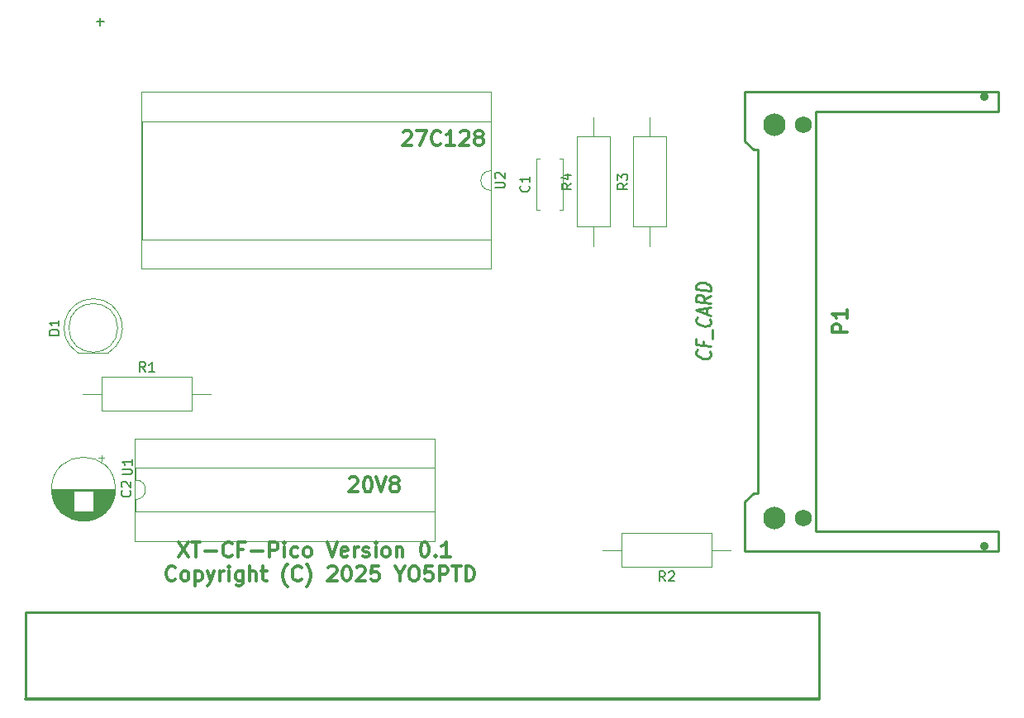
<source format=gto>
%TF.GenerationSoftware,KiCad,Pcbnew,9.0.0*%
%TF.CreationDate,2025-03-25T10:37:28+02:00*%
%TF.ProjectId,xt-cf,78742d63-662e-46b6-9963-61645f706362,rev?*%
%TF.SameCoordinates,Original*%
%TF.FileFunction,Legend,Top*%
%TF.FilePolarity,Positive*%
%FSLAX46Y46*%
G04 Gerber Fmt 4.6, Leading zero omitted, Abs format (unit mm)*
G04 Created by KiCad (PCBNEW 9.0.0) date 2025-03-25 10:37:28*
%MOMM*%
%LPD*%
G01*
G04 APERTURE LIST*
%ADD10C,0.304800*%
%ADD11C,0.203200*%
%ADD12C,0.150000*%
%ADD13C,0.254000*%
%ADD14C,0.120000*%
%ADD15C,0.899160*%
%ADD16C,2.301240*%
%ADD17C,1.750060*%
G04 APERTURE END LIST*
D10*
X117199428Y-118188404D02*
X118215428Y-119712404D01*
X118215428Y-118188404D02*
X117199428Y-119712404D01*
X118578285Y-118188404D02*
X119449143Y-118188404D01*
X119013714Y-119712404D02*
X119013714Y-118188404D01*
X119957143Y-119131833D02*
X121118286Y-119131833D01*
X122714857Y-119567261D02*
X122642285Y-119639833D01*
X122642285Y-119639833D02*
X122424571Y-119712404D01*
X122424571Y-119712404D02*
X122279428Y-119712404D01*
X122279428Y-119712404D02*
X122061714Y-119639833D01*
X122061714Y-119639833D02*
X121916571Y-119494690D01*
X121916571Y-119494690D02*
X121844000Y-119349547D01*
X121844000Y-119349547D02*
X121771428Y-119059261D01*
X121771428Y-119059261D02*
X121771428Y-118841547D01*
X121771428Y-118841547D02*
X121844000Y-118551261D01*
X121844000Y-118551261D02*
X121916571Y-118406118D01*
X121916571Y-118406118D02*
X122061714Y-118260975D01*
X122061714Y-118260975D02*
X122279428Y-118188404D01*
X122279428Y-118188404D02*
X122424571Y-118188404D01*
X122424571Y-118188404D02*
X122642285Y-118260975D01*
X122642285Y-118260975D02*
X122714857Y-118333547D01*
X123876000Y-118914118D02*
X123368000Y-118914118D01*
X123368000Y-119712404D02*
X123368000Y-118188404D01*
X123368000Y-118188404D02*
X124093714Y-118188404D01*
X124674286Y-119131833D02*
X125835429Y-119131833D01*
X126561143Y-119712404D02*
X126561143Y-118188404D01*
X126561143Y-118188404D02*
X127141714Y-118188404D01*
X127141714Y-118188404D02*
X127286857Y-118260975D01*
X127286857Y-118260975D02*
X127359428Y-118333547D01*
X127359428Y-118333547D02*
X127432000Y-118478690D01*
X127432000Y-118478690D02*
X127432000Y-118696404D01*
X127432000Y-118696404D02*
X127359428Y-118841547D01*
X127359428Y-118841547D02*
X127286857Y-118914118D01*
X127286857Y-118914118D02*
X127141714Y-118986690D01*
X127141714Y-118986690D02*
X126561143Y-118986690D01*
X128085143Y-119712404D02*
X128085143Y-118696404D01*
X128085143Y-118188404D02*
X128012571Y-118260975D01*
X128012571Y-118260975D02*
X128085143Y-118333547D01*
X128085143Y-118333547D02*
X128157714Y-118260975D01*
X128157714Y-118260975D02*
X128085143Y-118188404D01*
X128085143Y-118188404D02*
X128085143Y-118333547D01*
X129464000Y-119639833D02*
X129318857Y-119712404D01*
X129318857Y-119712404D02*
X129028571Y-119712404D01*
X129028571Y-119712404D02*
X128883428Y-119639833D01*
X128883428Y-119639833D02*
X128810857Y-119567261D01*
X128810857Y-119567261D02*
X128738285Y-119422118D01*
X128738285Y-119422118D02*
X128738285Y-118986690D01*
X128738285Y-118986690D02*
X128810857Y-118841547D01*
X128810857Y-118841547D02*
X128883428Y-118768975D01*
X128883428Y-118768975D02*
X129028571Y-118696404D01*
X129028571Y-118696404D02*
X129318857Y-118696404D01*
X129318857Y-118696404D02*
X129464000Y-118768975D01*
X130334857Y-119712404D02*
X130189714Y-119639833D01*
X130189714Y-119639833D02*
X130117143Y-119567261D01*
X130117143Y-119567261D02*
X130044571Y-119422118D01*
X130044571Y-119422118D02*
X130044571Y-118986690D01*
X130044571Y-118986690D02*
X130117143Y-118841547D01*
X130117143Y-118841547D02*
X130189714Y-118768975D01*
X130189714Y-118768975D02*
X130334857Y-118696404D01*
X130334857Y-118696404D02*
X130552571Y-118696404D01*
X130552571Y-118696404D02*
X130697714Y-118768975D01*
X130697714Y-118768975D02*
X130770286Y-118841547D01*
X130770286Y-118841547D02*
X130842857Y-118986690D01*
X130842857Y-118986690D02*
X130842857Y-119422118D01*
X130842857Y-119422118D02*
X130770286Y-119567261D01*
X130770286Y-119567261D02*
X130697714Y-119639833D01*
X130697714Y-119639833D02*
X130552571Y-119712404D01*
X130552571Y-119712404D02*
X130334857Y-119712404D01*
X132439428Y-118188404D02*
X132947428Y-119712404D01*
X132947428Y-119712404D02*
X133455428Y-118188404D01*
X134544000Y-119639833D02*
X134398857Y-119712404D01*
X134398857Y-119712404D02*
X134108572Y-119712404D01*
X134108572Y-119712404D02*
X133963429Y-119639833D01*
X133963429Y-119639833D02*
X133890857Y-119494690D01*
X133890857Y-119494690D02*
X133890857Y-118914118D01*
X133890857Y-118914118D02*
X133963429Y-118768975D01*
X133963429Y-118768975D02*
X134108572Y-118696404D01*
X134108572Y-118696404D02*
X134398857Y-118696404D01*
X134398857Y-118696404D02*
X134544000Y-118768975D01*
X134544000Y-118768975D02*
X134616572Y-118914118D01*
X134616572Y-118914118D02*
X134616572Y-119059261D01*
X134616572Y-119059261D02*
X133890857Y-119204404D01*
X135269715Y-119712404D02*
X135269715Y-118696404D01*
X135269715Y-118986690D02*
X135342286Y-118841547D01*
X135342286Y-118841547D02*
X135414858Y-118768975D01*
X135414858Y-118768975D02*
X135560000Y-118696404D01*
X135560000Y-118696404D02*
X135705143Y-118696404D01*
X136140572Y-119639833D02*
X136285715Y-119712404D01*
X136285715Y-119712404D02*
X136576001Y-119712404D01*
X136576001Y-119712404D02*
X136721144Y-119639833D01*
X136721144Y-119639833D02*
X136793715Y-119494690D01*
X136793715Y-119494690D02*
X136793715Y-119422118D01*
X136793715Y-119422118D02*
X136721144Y-119276975D01*
X136721144Y-119276975D02*
X136576001Y-119204404D01*
X136576001Y-119204404D02*
X136358287Y-119204404D01*
X136358287Y-119204404D02*
X136213144Y-119131833D01*
X136213144Y-119131833D02*
X136140572Y-118986690D01*
X136140572Y-118986690D02*
X136140572Y-118914118D01*
X136140572Y-118914118D02*
X136213144Y-118768975D01*
X136213144Y-118768975D02*
X136358287Y-118696404D01*
X136358287Y-118696404D02*
X136576001Y-118696404D01*
X136576001Y-118696404D02*
X136721144Y-118768975D01*
X137446858Y-119712404D02*
X137446858Y-118696404D01*
X137446858Y-118188404D02*
X137374286Y-118260975D01*
X137374286Y-118260975D02*
X137446858Y-118333547D01*
X137446858Y-118333547D02*
X137519429Y-118260975D01*
X137519429Y-118260975D02*
X137446858Y-118188404D01*
X137446858Y-118188404D02*
X137446858Y-118333547D01*
X138390286Y-119712404D02*
X138245143Y-119639833D01*
X138245143Y-119639833D02*
X138172572Y-119567261D01*
X138172572Y-119567261D02*
X138100000Y-119422118D01*
X138100000Y-119422118D02*
X138100000Y-118986690D01*
X138100000Y-118986690D02*
X138172572Y-118841547D01*
X138172572Y-118841547D02*
X138245143Y-118768975D01*
X138245143Y-118768975D02*
X138390286Y-118696404D01*
X138390286Y-118696404D02*
X138608000Y-118696404D01*
X138608000Y-118696404D02*
X138753143Y-118768975D01*
X138753143Y-118768975D02*
X138825715Y-118841547D01*
X138825715Y-118841547D02*
X138898286Y-118986690D01*
X138898286Y-118986690D02*
X138898286Y-119422118D01*
X138898286Y-119422118D02*
X138825715Y-119567261D01*
X138825715Y-119567261D02*
X138753143Y-119639833D01*
X138753143Y-119639833D02*
X138608000Y-119712404D01*
X138608000Y-119712404D02*
X138390286Y-119712404D01*
X139551429Y-118696404D02*
X139551429Y-119712404D01*
X139551429Y-118841547D02*
X139624000Y-118768975D01*
X139624000Y-118768975D02*
X139769143Y-118696404D01*
X139769143Y-118696404D02*
X139986857Y-118696404D01*
X139986857Y-118696404D02*
X140132000Y-118768975D01*
X140132000Y-118768975D02*
X140204572Y-118914118D01*
X140204572Y-118914118D02*
X140204572Y-119712404D01*
X142381714Y-118188404D02*
X142526857Y-118188404D01*
X142526857Y-118188404D02*
X142672000Y-118260975D01*
X142672000Y-118260975D02*
X142744572Y-118333547D01*
X142744572Y-118333547D02*
X142817143Y-118478690D01*
X142817143Y-118478690D02*
X142889714Y-118768975D01*
X142889714Y-118768975D02*
X142889714Y-119131833D01*
X142889714Y-119131833D02*
X142817143Y-119422118D01*
X142817143Y-119422118D02*
X142744572Y-119567261D01*
X142744572Y-119567261D02*
X142672000Y-119639833D01*
X142672000Y-119639833D02*
X142526857Y-119712404D01*
X142526857Y-119712404D02*
X142381714Y-119712404D01*
X142381714Y-119712404D02*
X142236572Y-119639833D01*
X142236572Y-119639833D02*
X142164000Y-119567261D01*
X142164000Y-119567261D02*
X142091429Y-119422118D01*
X142091429Y-119422118D02*
X142018857Y-119131833D01*
X142018857Y-119131833D02*
X142018857Y-118768975D01*
X142018857Y-118768975D02*
X142091429Y-118478690D01*
X142091429Y-118478690D02*
X142164000Y-118333547D01*
X142164000Y-118333547D02*
X142236572Y-118260975D01*
X142236572Y-118260975D02*
X142381714Y-118188404D01*
X143542858Y-119567261D02*
X143615429Y-119639833D01*
X143615429Y-119639833D02*
X143542858Y-119712404D01*
X143542858Y-119712404D02*
X143470286Y-119639833D01*
X143470286Y-119639833D02*
X143542858Y-119567261D01*
X143542858Y-119567261D02*
X143542858Y-119712404D01*
X145066857Y-119712404D02*
X144196000Y-119712404D01*
X144631429Y-119712404D02*
X144631429Y-118188404D01*
X144631429Y-118188404D02*
X144486286Y-118406118D01*
X144486286Y-118406118D02*
X144341143Y-118551261D01*
X144341143Y-118551261D02*
X144196000Y-118623833D01*
X116909142Y-122020816D02*
X116836570Y-122093388D01*
X116836570Y-122093388D02*
X116618856Y-122165959D01*
X116618856Y-122165959D02*
X116473713Y-122165959D01*
X116473713Y-122165959D02*
X116255999Y-122093388D01*
X116255999Y-122093388D02*
X116110856Y-121948245D01*
X116110856Y-121948245D02*
X116038285Y-121803102D01*
X116038285Y-121803102D02*
X115965713Y-121512816D01*
X115965713Y-121512816D02*
X115965713Y-121295102D01*
X115965713Y-121295102D02*
X116038285Y-121004816D01*
X116038285Y-121004816D02*
X116110856Y-120859673D01*
X116110856Y-120859673D02*
X116255999Y-120714530D01*
X116255999Y-120714530D02*
X116473713Y-120641959D01*
X116473713Y-120641959D02*
X116618856Y-120641959D01*
X116618856Y-120641959D02*
X116836570Y-120714530D01*
X116836570Y-120714530D02*
X116909142Y-120787102D01*
X117779999Y-122165959D02*
X117634856Y-122093388D01*
X117634856Y-122093388D02*
X117562285Y-122020816D01*
X117562285Y-122020816D02*
X117489713Y-121875673D01*
X117489713Y-121875673D02*
X117489713Y-121440245D01*
X117489713Y-121440245D02*
X117562285Y-121295102D01*
X117562285Y-121295102D02*
X117634856Y-121222530D01*
X117634856Y-121222530D02*
X117779999Y-121149959D01*
X117779999Y-121149959D02*
X117997713Y-121149959D01*
X117997713Y-121149959D02*
X118142856Y-121222530D01*
X118142856Y-121222530D02*
X118215428Y-121295102D01*
X118215428Y-121295102D02*
X118287999Y-121440245D01*
X118287999Y-121440245D02*
X118287999Y-121875673D01*
X118287999Y-121875673D02*
X118215428Y-122020816D01*
X118215428Y-122020816D02*
X118142856Y-122093388D01*
X118142856Y-122093388D02*
X117997713Y-122165959D01*
X117997713Y-122165959D02*
X117779999Y-122165959D01*
X118941142Y-121149959D02*
X118941142Y-122673959D01*
X118941142Y-121222530D02*
X119086285Y-121149959D01*
X119086285Y-121149959D02*
X119376570Y-121149959D01*
X119376570Y-121149959D02*
X119521713Y-121222530D01*
X119521713Y-121222530D02*
X119594285Y-121295102D01*
X119594285Y-121295102D02*
X119666856Y-121440245D01*
X119666856Y-121440245D02*
X119666856Y-121875673D01*
X119666856Y-121875673D02*
X119594285Y-122020816D01*
X119594285Y-122020816D02*
X119521713Y-122093388D01*
X119521713Y-122093388D02*
X119376570Y-122165959D01*
X119376570Y-122165959D02*
X119086285Y-122165959D01*
X119086285Y-122165959D02*
X118941142Y-122093388D01*
X120174856Y-121149959D02*
X120537713Y-122165959D01*
X120900570Y-121149959D02*
X120537713Y-122165959D01*
X120537713Y-122165959D02*
X120392570Y-122528816D01*
X120392570Y-122528816D02*
X120319999Y-122601388D01*
X120319999Y-122601388D02*
X120174856Y-122673959D01*
X121481142Y-122165959D02*
X121481142Y-121149959D01*
X121481142Y-121440245D02*
X121553713Y-121295102D01*
X121553713Y-121295102D02*
X121626285Y-121222530D01*
X121626285Y-121222530D02*
X121771427Y-121149959D01*
X121771427Y-121149959D02*
X121916570Y-121149959D01*
X122424571Y-122165959D02*
X122424571Y-121149959D01*
X122424571Y-120641959D02*
X122351999Y-120714530D01*
X122351999Y-120714530D02*
X122424571Y-120787102D01*
X122424571Y-120787102D02*
X122497142Y-120714530D01*
X122497142Y-120714530D02*
X122424571Y-120641959D01*
X122424571Y-120641959D02*
X122424571Y-120787102D01*
X123803428Y-121149959D02*
X123803428Y-122383673D01*
X123803428Y-122383673D02*
X123730856Y-122528816D01*
X123730856Y-122528816D02*
X123658285Y-122601388D01*
X123658285Y-122601388D02*
X123513142Y-122673959D01*
X123513142Y-122673959D02*
X123295428Y-122673959D01*
X123295428Y-122673959D02*
X123150285Y-122601388D01*
X123803428Y-122093388D02*
X123658285Y-122165959D01*
X123658285Y-122165959D02*
X123367999Y-122165959D01*
X123367999Y-122165959D02*
X123222856Y-122093388D01*
X123222856Y-122093388D02*
X123150285Y-122020816D01*
X123150285Y-122020816D02*
X123077713Y-121875673D01*
X123077713Y-121875673D02*
X123077713Y-121440245D01*
X123077713Y-121440245D02*
X123150285Y-121295102D01*
X123150285Y-121295102D02*
X123222856Y-121222530D01*
X123222856Y-121222530D02*
X123367999Y-121149959D01*
X123367999Y-121149959D02*
X123658285Y-121149959D01*
X123658285Y-121149959D02*
X123803428Y-121222530D01*
X124529142Y-122165959D02*
X124529142Y-120641959D01*
X125182285Y-122165959D02*
X125182285Y-121367673D01*
X125182285Y-121367673D02*
X125109713Y-121222530D01*
X125109713Y-121222530D02*
X124964570Y-121149959D01*
X124964570Y-121149959D02*
X124746856Y-121149959D01*
X124746856Y-121149959D02*
X124601713Y-121222530D01*
X124601713Y-121222530D02*
X124529142Y-121295102D01*
X125690284Y-121149959D02*
X126270856Y-121149959D01*
X125907999Y-120641959D02*
X125907999Y-121948245D01*
X125907999Y-121948245D02*
X125980570Y-122093388D01*
X125980570Y-122093388D02*
X126125713Y-122165959D01*
X126125713Y-122165959D02*
X126270856Y-122165959D01*
X128375427Y-122746530D02*
X128302856Y-122673959D01*
X128302856Y-122673959D02*
X128157713Y-122456245D01*
X128157713Y-122456245D02*
X128085142Y-122311102D01*
X128085142Y-122311102D02*
X128012570Y-122093388D01*
X128012570Y-122093388D02*
X127939999Y-121730530D01*
X127939999Y-121730530D02*
X127939999Y-121440245D01*
X127939999Y-121440245D02*
X128012570Y-121077388D01*
X128012570Y-121077388D02*
X128085142Y-120859673D01*
X128085142Y-120859673D02*
X128157713Y-120714530D01*
X128157713Y-120714530D02*
X128302856Y-120496816D01*
X128302856Y-120496816D02*
X128375427Y-120424245D01*
X129826856Y-122020816D02*
X129754284Y-122093388D01*
X129754284Y-122093388D02*
X129536570Y-122165959D01*
X129536570Y-122165959D02*
X129391427Y-122165959D01*
X129391427Y-122165959D02*
X129173713Y-122093388D01*
X129173713Y-122093388D02*
X129028570Y-121948245D01*
X129028570Y-121948245D02*
X128955999Y-121803102D01*
X128955999Y-121803102D02*
X128883427Y-121512816D01*
X128883427Y-121512816D02*
X128883427Y-121295102D01*
X128883427Y-121295102D02*
X128955999Y-121004816D01*
X128955999Y-121004816D02*
X129028570Y-120859673D01*
X129028570Y-120859673D02*
X129173713Y-120714530D01*
X129173713Y-120714530D02*
X129391427Y-120641959D01*
X129391427Y-120641959D02*
X129536570Y-120641959D01*
X129536570Y-120641959D02*
X129754284Y-120714530D01*
X129754284Y-120714530D02*
X129826856Y-120787102D01*
X130334856Y-122746530D02*
X130407427Y-122673959D01*
X130407427Y-122673959D02*
X130552570Y-122456245D01*
X130552570Y-122456245D02*
X130625142Y-122311102D01*
X130625142Y-122311102D02*
X130697713Y-122093388D01*
X130697713Y-122093388D02*
X130770284Y-121730530D01*
X130770284Y-121730530D02*
X130770284Y-121440245D01*
X130770284Y-121440245D02*
X130697713Y-121077388D01*
X130697713Y-121077388D02*
X130625142Y-120859673D01*
X130625142Y-120859673D02*
X130552570Y-120714530D01*
X130552570Y-120714530D02*
X130407427Y-120496816D01*
X130407427Y-120496816D02*
X130334856Y-120424245D01*
X132584570Y-120787102D02*
X132657142Y-120714530D01*
X132657142Y-120714530D02*
X132802285Y-120641959D01*
X132802285Y-120641959D02*
X133165142Y-120641959D01*
X133165142Y-120641959D02*
X133310285Y-120714530D01*
X133310285Y-120714530D02*
X133382856Y-120787102D01*
X133382856Y-120787102D02*
X133455427Y-120932245D01*
X133455427Y-120932245D02*
X133455427Y-121077388D01*
X133455427Y-121077388D02*
X133382856Y-121295102D01*
X133382856Y-121295102D02*
X132511999Y-122165959D01*
X132511999Y-122165959D02*
X133455427Y-122165959D01*
X134398856Y-120641959D02*
X134543999Y-120641959D01*
X134543999Y-120641959D02*
X134689142Y-120714530D01*
X134689142Y-120714530D02*
X134761714Y-120787102D01*
X134761714Y-120787102D02*
X134834285Y-120932245D01*
X134834285Y-120932245D02*
X134906856Y-121222530D01*
X134906856Y-121222530D02*
X134906856Y-121585388D01*
X134906856Y-121585388D02*
X134834285Y-121875673D01*
X134834285Y-121875673D02*
X134761714Y-122020816D01*
X134761714Y-122020816D02*
X134689142Y-122093388D01*
X134689142Y-122093388D02*
X134543999Y-122165959D01*
X134543999Y-122165959D02*
X134398856Y-122165959D01*
X134398856Y-122165959D02*
X134253714Y-122093388D01*
X134253714Y-122093388D02*
X134181142Y-122020816D01*
X134181142Y-122020816D02*
X134108571Y-121875673D01*
X134108571Y-121875673D02*
X134035999Y-121585388D01*
X134035999Y-121585388D02*
X134035999Y-121222530D01*
X134035999Y-121222530D02*
X134108571Y-120932245D01*
X134108571Y-120932245D02*
X134181142Y-120787102D01*
X134181142Y-120787102D02*
X134253714Y-120714530D01*
X134253714Y-120714530D02*
X134398856Y-120641959D01*
X135487428Y-120787102D02*
X135560000Y-120714530D01*
X135560000Y-120714530D02*
X135705143Y-120641959D01*
X135705143Y-120641959D02*
X136068000Y-120641959D01*
X136068000Y-120641959D02*
X136213143Y-120714530D01*
X136213143Y-120714530D02*
X136285714Y-120787102D01*
X136285714Y-120787102D02*
X136358285Y-120932245D01*
X136358285Y-120932245D02*
X136358285Y-121077388D01*
X136358285Y-121077388D02*
X136285714Y-121295102D01*
X136285714Y-121295102D02*
X135414857Y-122165959D01*
X135414857Y-122165959D02*
X136358285Y-122165959D01*
X137737143Y-120641959D02*
X137011429Y-120641959D01*
X137011429Y-120641959D02*
X136938857Y-121367673D01*
X136938857Y-121367673D02*
X137011429Y-121295102D01*
X137011429Y-121295102D02*
X137156572Y-121222530D01*
X137156572Y-121222530D02*
X137519429Y-121222530D01*
X137519429Y-121222530D02*
X137664572Y-121295102D01*
X137664572Y-121295102D02*
X137737143Y-121367673D01*
X137737143Y-121367673D02*
X137809714Y-121512816D01*
X137809714Y-121512816D02*
X137809714Y-121875673D01*
X137809714Y-121875673D02*
X137737143Y-122020816D01*
X137737143Y-122020816D02*
X137664572Y-122093388D01*
X137664572Y-122093388D02*
X137519429Y-122165959D01*
X137519429Y-122165959D02*
X137156572Y-122165959D01*
X137156572Y-122165959D02*
X137011429Y-122093388D01*
X137011429Y-122093388D02*
X136938857Y-122020816D01*
X139914286Y-121440245D02*
X139914286Y-122165959D01*
X139406286Y-120641959D02*
X139914286Y-121440245D01*
X139914286Y-121440245D02*
X140422286Y-120641959D01*
X141220572Y-120641959D02*
X141510858Y-120641959D01*
X141510858Y-120641959D02*
X141656001Y-120714530D01*
X141656001Y-120714530D02*
X141801144Y-120859673D01*
X141801144Y-120859673D02*
X141873715Y-121149959D01*
X141873715Y-121149959D02*
X141873715Y-121657959D01*
X141873715Y-121657959D02*
X141801144Y-121948245D01*
X141801144Y-121948245D02*
X141656001Y-122093388D01*
X141656001Y-122093388D02*
X141510858Y-122165959D01*
X141510858Y-122165959D02*
X141220572Y-122165959D01*
X141220572Y-122165959D02*
X141075430Y-122093388D01*
X141075430Y-122093388D02*
X140930287Y-121948245D01*
X140930287Y-121948245D02*
X140857715Y-121657959D01*
X140857715Y-121657959D02*
X140857715Y-121149959D01*
X140857715Y-121149959D02*
X140930287Y-120859673D01*
X140930287Y-120859673D02*
X141075430Y-120714530D01*
X141075430Y-120714530D02*
X141220572Y-120641959D01*
X143252572Y-120641959D02*
X142526858Y-120641959D01*
X142526858Y-120641959D02*
X142454286Y-121367673D01*
X142454286Y-121367673D02*
X142526858Y-121295102D01*
X142526858Y-121295102D02*
X142672001Y-121222530D01*
X142672001Y-121222530D02*
X143034858Y-121222530D01*
X143034858Y-121222530D02*
X143180001Y-121295102D01*
X143180001Y-121295102D02*
X143252572Y-121367673D01*
X143252572Y-121367673D02*
X143325143Y-121512816D01*
X143325143Y-121512816D02*
X143325143Y-121875673D01*
X143325143Y-121875673D02*
X143252572Y-122020816D01*
X143252572Y-122020816D02*
X143180001Y-122093388D01*
X143180001Y-122093388D02*
X143034858Y-122165959D01*
X143034858Y-122165959D02*
X142672001Y-122165959D01*
X142672001Y-122165959D02*
X142526858Y-122093388D01*
X142526858Y-122093388D02*
X142454286Y-122020816D01*
X143978287Y-122165959D02*
X143978287Y-120641959D01*
X143978287Y-120641959D02*
X144558858Y-120641959D01*
X144558858Y-120641959D02*
X144704001Y-120714530D01*
X144704001Y-120714530D02*
X144776572Y-120787102D01*
X144776572Y-120787102D02*
X144849144Y-120932245D01*
X144849144Y-120932245D02*
X144849144Y-121149959D01*
X144849144Y-121149959D02*
X144776572Y-121295102D01*
X144776572Y-121295102D02*
X144704001Y-121367673D01*
X144704001Y-121367673D02*
X144558858Y-121440245D01*
X144558858Y-121440245D02*
X143978287Y-121440245D01*
X145284572Y-120641959D02*
X146155430Y-120641959D01*
X145720001Y-122165959D02*
X145720001Y-120641959D01*
X146663430Y-122165959D02*
X146663430Y-120641959D01*
X146663430Y-120641959D02*
X147026287Y-120641959D01*
X147026287Y-120641959D02*
X147244001Y-120714530D01*
X147244001Y-120714530D02*
X147389144Y-120859673D01*
X147389144Y-120859673D02*
X147461715Y-121004816D01*
X147461715Y-121004816D02*
X147534287Y-121295102D01*
X147534287Y-121295102D02*
X147534287Y-121512816D01*
X147534287Y-121512816D02*
X147461715Y-121803102D01*
X147461715Y-121803102D02*
X147389144Y-121948245D01*
X147389144Y-121948245D02*
X147244001Y-122093388D01*
X147244001Y-122093388D02*
X147026287Y-122165959D01*
X147026287Y-122165959D02*
X146663430Y-122165959D01*
X134740811Y-111668784D02*
X134813383Y-111596212D01*
X134813383Y-111596212D02*
X134958526Y-111523641D01*
X134958526Y-111523641D02*
X135321383Y-111523641D01*
X135321383Y-111523641D02*
X135466526Y-111596212D01*
X135466526Y-111596212D02*
X135539097Y-111668784D01*
X135539097Y-111668784D02*
X135611668Y-111813927D01*
X135611668Y-111813927D02*
X135611668Y-111959070D01*
X135611668Y-111959070D02*
X135539097Y-112176784D01*
X135539097Y-112176784D02*
X134668240Y-113047641D01*
X134668240Y-113047641D02*
X135611668Y-113047641D01*
X136555097Y-111523641D02*
X136700240Y-111523641D01*
X136700240Y-111523641D02*
X136845383Y-111596212D01*
X136845383Y-111596212D02*
X136917955Y-111668784D01*
X136917955Y-111668784D02*
X136990526Y-111813927D01*
X136990526Y-111813927D02*
X137063097Y-112104212D01*
X137063097Y-112104212D02*
X137063097Y-112467070D01*
X137063097Y-112467070D02*
X136990526Y-112757355D01*
X136990526Y-112757355D02*
X136917955Y-112902498D01*
X136917955Y-112902498D02*
X136845383Y-112975070D01*
X136845383Y-112975070D02*
X136700240Y-113047641D01*
X136700240Y-113047641D02*
X136555097Y-113047641D01*
X136555097Y-113047641D02*
X136409955Y-112975070D01*
X136409955Y-112975070D02*
X136337383Y-112902498D01*
X136337383Y-112902498D02*
X136264812Y-112757355D01*
X136264812Y-112757355D02*
X136192240Y-112467070D01*
X136192240Y-112467070D02*
X136192240Y-112104212D01*
X136192240Y-112104212D02*
X136264812Y-111813927D01*
X136264812Y-111813927D02*
X136337383Y-111668784D01*
X136337383Y-111668784D02*
X136409955Y-111596212D01*
X136409955Y-111596212D02*
X136555097Y-111523641D01*
X137498526Y-111523641D02*
X138006526Y-113047641D01*
X138006526Y-113047641D02*
X138514526Y-111523641D01*
X139240241Y-112176784D02*
X139095098Y-112104212D01*
X139095098Y-112104212D02*
X139022527Y-112031641D01*
X139022527Y-112031641D02*
X138949955Y-111886498D01*
X138949955Y-111886498D02*
X138949955Y-111813927D01*
X138949955Y-111813927D02*
X139022527Y-111668784D01*
X139022527Y-111668784D02*
X139095098Y-111596212D01*
X139095098Y-111596212D02*
X139240241Y-111523641D01*
X139240241Y-111523641D02*
X139530527Y-111523641D01*
X139530527Y-111523641D02*
X139675670Y-111596212D01*
X139675670Y-111596212D02*
X139748241Y-111668784D01*
X139748241Y-111668784D02*
X139820812Y-111813927D01*
X139820812Y-111813927D02*
X139820812Y-111886498D01*
X139820812Y-111886498D02*
X139748241Y-112031641D01*
X139748241Y-112031641D02*
X139675670Y-112104212D01*
X139675670Y-112104212D02*
X139530527Y-112176784D01*
X139530527Y-112176784D02*
X139240241Y-112176784D01*
X139240241Y-112176784D02*
X139095098Y-112249355D01*
X139095098Y-112249355D02*
X139022527Y-112321927D01*
X139022527Y-112321927D02*
X138949955Y-112467070D01*
X138949955Y-112467070D02*
X138949955Y-112757355D01*
X138949955Y-112757355D02*
X139022527Y-112902498D01*
X139022527Y-112902498D02*
X139095098Y-112975070D01*
X139095098Y-112975070D02*
X139240241Y-113047641D01*
X139240241Y-113047641D02*
X139530527Y-113047641D01*
X139530527Y-113047641D02*
X139675670Y-112975070D01*
X139675670Y-112975070D02*
X139748241Y-112902498D01*
X139748241Y-112902498D02*
X139820812Y-112757355D01*
X139820812Y-112757355D02*
X139820812Y-112467070D01*
X139820812Y-112467070D02*
X139748241Y-112321927D01*
X139748241Y-112321927D02*
X139675670Y-112249355D01*
X139675670Y-112249355D02*
X139530527Y-112176784D01*
D11*
X109607047Y-64842406D02*
X108832952Y-64842406D01*
X109219999Y-65229453D02*
X109219999Y-64455358D01*
D10*
X140240811Y-76168784D02*
X140313383Y-76096212D01*
X140313383Y-76096212D02*
X140458526Y-76023641D01*
X140458526Y-76023641D02*
X140821383Y-76023641D01*
X140821383Y-76023641D02*
X140966526Y-76096212D01*
X140966526Y-76096212D02*
X141039097Y-76168784D01*
X141039097Y-76168784D02*
X141111668Y-76313927D01*
X141111668Y-76313927D02*
X141111668Y-76459070D01*
X141111668Y-76459070D02*
X141039097Y-76676784D01*
X141039097Y-76676784D02*
X140168240Y-77547641D01*
X140168240Y-77547641D02*
X141111668Y-77547641D01*
X141619669Y-76023641D02*
X142635669Y-76023641D01*
X142635669Y-76023641D02*
X141982526Y-77547641D01*
X144087098Y-77402498D02*
X144014526Y-77475070D01*
X144014526Y-77475070D02*
X143796812Y-77547641D01*
X143796812Y-77547641D02*
X143651669Y-77547641D01*
X143651669Y-77547641D02*
X143433955Y-77475070D01*
X143433955Y-77475070D02*
X143288812Y-77329927D01*
X143288812Y-77329927D02*
X143216241Y-77184784D01*
X143216241Y-77184784D02*
X143143669Y-76894498D01*
X143143669Y-76894498D02*
X143143669Y-76676784D01*
X143143669Y-76676784D02*
X143216241Y-76386498D01*
X143216241Y-76386498D02*
X143288812Y-76241355D01*
X143288812Y-76241355D02*
X143433955Y-76096212D01*
X143433955Y-76096212D02*
X143651669Y-76023641D01*
X143651669Y-76023641D02*
X143796812Y-76023641D01*
X143796812Y-76023641D02*
X144014526Y-76096212D01*
X144014526Y-76096212D02*
X144087098Y-76168784D01*
X145538526Y-77547641D02*
X144667669Y-77547641D01*
X145103098Y-77547641D02*
X145103098Y-76023641D01*
X145103098Y-76023641D02*
X144957955Y-76241355D01*
X144957955Y-76241355D02*
X144812812Y-76386498D01*
X144812812Y-76386498D02*
X144667669Y-76459070D01*
X146119098Y-76168784D02*
X146191670Y-76096212D01*
X146191670Y-76096212D02*
X146336813Y-76023641D01*
X146336813Y-76023641D02*
X146699670Y-76023641D01*
X146699670Y-76023641D02*
X146844813Y-76096212D01*
X146844813Y-76096212D02*
X146917384Y-76168784D01*
X146917384Y-76168784D02*
X146989955Y-76313927D01*
X146989955Y-76313927D02*
X146989955Y-76459070D01*
X146989955Y-76459070D02*
X146917384Y-76676784D01*
X146917384Y-76676784D02*
X146046527Y-77547641D01*
X146046527Y-77547641D02*
X146989955Y-77547641D01*
X147860813Y-76676784D02*
X147715670Y-76604212D01*
X147715670Y-76604212D02*
X147643099Y-76531641D01*
X147643099Y-76531641D02*
X147570527Y-76386498D01*
X147570527Y-76386498D02*
X147570527Y-76313927D01*
X147570527Y-76313927D02*
X147643099Y-76168784D01*
X147643099Y-76168784D02*
X147715670Y-76096212D01*
X147715670Y-76096212D02*
X147860813Y-76023641D01*
X147860813Y-76023641D02*
X148151099Y-76023641D01*
X148151099Y-76023641D02*
X148296242Y-76096212D01*
X148296242Y-76096212D02*
X148368813Y-76168784D01*
X148368813Y-76168784D02*
X148441384Y-76313927D01*
X148441384Y-76313927D02*
X148441384Y-76386498D01*
X148441384Y-76386498D02*
X148368813Y-76531641D01*
X148368813Y-76531641D02*
X148296242Y-76604212D01*
X148296242Y-76604212D02*
X148151099Y-76676784D01*
X148151099Y-76676784D02*
X147860813Y-76676784D01*
X147860813Y-76676784D02*
X147715670Y-76749355D01*
X147715670Y-76749355D02*
X147643099Y-76821927D01*
X147643099Y-76821927D02*
X147570527Y-76967070D01*
X147570527Y-76967070D02*
X147570527Y-77257355D01*
X147570527Y-77257355D02*
X147643099Y-77402498D01*
X147643099Y-77402498D02*
X147715670Y-77475070D01*
X147715670Y-77475070D02*
X147860813Y-77547641D01*
X147860813Y-77547641D02*
X148151099Y-77547641D01*
X148151099Y-77547641D02*
X148296242Y-77475070D01*
X148296242Y-77475070D02*
X148368813Y-77402498D01*
X148368813Y-77402498D02*
X148441384Y-77257355D01*
X148441384Y-77257355D02*
X148441384Y-76967070D01*
X148441384Y-76967070D02*
X148368813Y-76821927D01*
X148368813Y-76821927D02*
X148296242Y-76749355D01*
X148296242Y-76749355D02*
X148151099Y-76676784D01*
D12*
X111454819Y-111261904D02*
X112264342Y-111261904D01*
X112264342Y-111261904D02*
X112359580Y-111214285D01*
X112359580Y-111214285D02*
X112407200Y-111166666D01*
X112407200Y-111166666D02*
X112454819Y-111071428D01*
X112454819Y-111071428D02*
X112454819Y-110880952D01*
X112454819Y-110880952D02*
X112407200Y-110785714D01*
X112407200Y-110785714D02*
X112359580Y-110738095D01*
X112359580Y-110738095D02*
X112264342Y-110690476D01*
X112264342Y-110690476D02*
X111454819Y-110690476D01*
X112454819Y-109690476D02*
X112454819Y-110261904D01*
X112454819Y-109976190D02*
X111454819Y-109976190D01*
X111454819Y-109976190D02*
X111597676Y-110071428D01*
X111597676Y-110071428D02*
X111692914Y-110166666D01*
X111692914Y-110166666D02*
X111740533Y-110261904D01*
X153109580Y-81666666D02*
X153157200Y-81714285D01*
X153157200Y-81714285D02*
X153204819Y-81857142D01*
X153204819Y-81857142D02*
X153204819Y-81952380D01*
X153204819Y-81952380D02*
X153157200Y-82095237D01*
X153157200Y-82095237D02*
X153061961Y-82190475D01*
X153061961Y-82190475D02*
X152966723Y-82238094D01*
X152966723Y-82238094D02*
X152776247Y-82285713D01*
X152776247Y-82285713D02*
X152633390Y-82285713D01*
X152633390Y-82285713D02*
X152442914Y-82238094D01*
X152442914Y-82238094D02*
X152347676Y-82190475D01*
X152347676Y-82190475D02*
X152252438Y-82095237D01*
X152252438Y-82095237D02*
X152204819Y-81952380D01*
X152204819Y-81952380D02*
X152204819Y-81857142D01*
X152204819Y-81857142D02*
X152252438Y-81714285D01*
X152252438Y-81714285D02*
X152300057Y-81666666D01*
X153204819Y-80714285D02*
X153204819Y-81285713D01*
X153204819Y-80999999D02*
X152204819Y-80999999D01*
X152204819Y-80999999D02*
X152347676Y-81095237D01*
X152347676Y-81095237D02*
X152442914Y-81190475D01*
X152442914Y-81190475D02*
X152490533Y-81285713D01*
X113833333Y-100734819D02*
X113500000Y-100258628D01*
X113261905Y-100734819D02*
X113261905Y-99734819D01*
X113261905Y-99734819D02*
X113642857Y-99734819D01*
X113642857Y-99734819D02*
X113738095Y-99782438D01*
X113738095Y-99782438D02*
X113785714Y-99830057D01*
X113785714Y-99830057D02*
X113833333Y-99925295D01*
X113833333Y-99925295D02*
X113833333Y-100068152D01*
X113833333Y-100068152D02*
X113785714Y-100163390D01*
X113785714Y-100163390D02*
X113738095Y-100211009D01*
X113738095Y-100211009D02*
X113642857Y-100258628D01*
X113642857Y-100258628D02*
X113261905Y-100258628D01*
X114785714Y-100734819D02*
X114214286Y-100734819D01*
X114500000Y-100734819D02*
X114500000Y-99734819D01*
X114500000Y-99734819D02*
X114404762Y-99877676D01*
X114404762Y-99877676D02*
X114309524Y-99972914D01*
X114309524Y-99972914D02*
X114214286Y-100020533D01*
X163234819Y-81416666D02*
X162758628Y-81749999D01*
X163234819Y-81988094D02*
X162234819Y-81988094D01*
X162234819Y-81988094D02*
X162234819Y-81607142D01*
X162234819Y-81607142D02*
X162282438Y-81511904D01*
X162282438Y-81511904D02*
X162330057Y-81464285D01*
X162330057Y-81464285D02*
X162425295Y-81416666D01*
X162425295Y-81416666D02*
X162568152Y-81416666D01*
X162568152Y-81416666D02*
X162663390Y-81464285D01*
X162663390Y-81464285D02*
X162711009Y-81511904D01*
X162711009Y-81511904D02*
X162758628Y-81607142D01*
X162758628Y-81607142D02*
X162758628Y-81988094D01*
X162234819Y-81083332D02*
X162234819Y-80464285D01*
X162234819Y-80464285D02*
X162615771Y-80797618D01*
X162615771Y-80797618D02*
X162615771Y-80654761D01*
X162615771Y-80654761D02*
X162663390Y-80559523D01*
X162663390Y-80559523D02*
X162711009Y-80511904D01*
X162711009Y-80511904D02*
X162806247Y-80464285D01*
X162806247Y-80464285D02*
X163044342Y-80464285D01*
X163044342Y-80464285D02*
X163139580Y-80511904D01*
X163139580Y-80511904D02*
X163187200Y-80559523D01*
X163187200Y-80559523D02*
X163234819Y-80654761D01*
X163234819Y-80654761D02*
X163234819Y-80940475D01*
X163234819Y-80940475D02*
X163187200Y-81035713D01*
X163187200Y-81035713D02*
X163139580Y-81083332D01*
X157484819Y-81416666D02*
X157008628Y-81749999D01*
X157484819Y-81988094D02*
X156484819Y-81988094D01*
X156484819Y-81988094D02*
X156484819Y-81607142D01*
X156484819Y-81607142D02*
X156532438Y-81511904D01*
X156532438Y-81511904D02*
X156580057Y-81464285D01*
X156580057Y-81464285D02*
X156675295Y-81416666D01*
X156675295Y-81416666D02*
X156818152Y-81416666D01*
X156818152Y-81416666D02*
X156913390Y-81464285D01*
X156913390Y-81464285D02*
X156961009Y-81511904D01*
X156961009Y-81511904D02*
X157008628Y-81607142D01*
X157008628Y-81607142D02*
X157008628Y-81988094D01*
X156818152Y-80559523D02*
X157484819Y-80559523D01*
X156437200Y-80797618D02*
X157151485Y-81035713D01*
X157151485Y-81035713D02*
X157151485Y-80416666D01*
X104994819Y-96968094D02*
X103994819Y-96968094D01*
X103994819Y-96968094D02*
X103994819Y-96729999D01*
X103994819Y-96729999D02*
X104042438Y-96587142D01*
X104042438Y-96587142D02*
X104137676Y-96491904D01*
X104137676Y-96491904D02*
X104232914Y-96444285D01*
X104232914Y-96444285D02*
X104423390Y-96396666D01*
X104423390Y-96396666D02*
X104566247Y-96396666D01*
X104566247Y-96396666D02*
X104756723Y-96444285D01*
X104756723Y-96444285D02*
X104851961Y-96491904D01*
X104851961Y-96491904D02*
X104947200Y-96587142D01*
X104947200Y-96587142D02*
X104994819Y-96729999D01*
X104994819Y-96729999D02*
X104994819Y-96968094D01*
X104994819Y-95444285D02*
X104994819Y-96015713D01*
X104994819Y-95729999D02*
X103994819Y-95729999D01*
X103994819Y-95729999D02*
X104137676Y-95825237D01*
X104137676Y-95825237D02*
X104232914Y-95920475D01*
X104232914Y-95920475D02*
X104280533Y-96015713D01*
X149654819Y-81891904D02*
X150464342Y-81891904D01*
X150464342Y-81891904D02*
X150559580Y-81844285D01*
X150559580Y-81844285D02*
X150607200Y-81796666D01*
X150607200Y-81796666D02*
X150654819Y-81701428D01*
X150654819Y-81701428D02*
X150654819Y-81510952D01*
X150654819Y-81510952D02*
X150607200Y-81415714D01*
X150607200Y-81415714D02*
X150559580Y-81368095D01*
X150559580Y-81368095D02*
X150464342Y-81320476D01*
X150464342Y-81320476D02*
X149654819Y-81320476D01*
X149750057Y-80891904D02*
X149702438Y-80844285D01*
X149702438Y-80844285D02*
X149654819Y-80749047D01*
X149654819Y-80749047D02*
X149654819Y-80510952D01*
X149654819Y-80510952D02*
X149702438Y-80415714D01*
X149702438Y-80415714D02*
X149750057Y-80368095D01*
X149750057Y-80368095D02*
X149845295Y-80320476D01*
X149845295Y-80320476D02*
X149940533Y-80320476D01*
X149940533Y-80320476D02*
X150083390Y-80368095D01*
X150083390Y-80368095D02*
X150654819Y-80939523D01*
X150654819Y-80939523D02*
X150654819Y-80320476D01*
D10*
X185747981Y-96692356D02*
X184223981Y-96692356D01*
X184223981Y-96692356D02*
X184223981Y-96111785D01*
X184223981Y-96111785D02*
X184296552Y-95966642D01*
X184296552Y-95966642D02*
X184369124Y-95894071D01*
X184369124Y-95894071D02*
X184514267Y-95821499D01*
X184514267Y-95821499D02*
X184731981Y-95821499D01*
X184731981Y-95821499D02*
X184877124Y-95894071D01*
X184877124Y-95894071D02*
X184949695Y-95966642D01*
X184949695Y-95966642D02*
X185022267Y-96111785D01*
X185022267Y-96111785D02*
X185022267Y-96692356D01*
X185747981Y-94370071D02*
X185747981Y-95240928D01*
X185747981Y-94805499D02*
X184223981Y-94805499D01*
X184223981Y-94805499D02*
X184441695Y-94950642D01*
X184441695Y-94950642D02*
X184586838Y-95095785D01*
X184586838Y-95095785D02*
X184659410Y-95240928D01*
D13*
X171635480Y-98642713D02*
X171708052Y-98712260D01*
X171708052Y-98712260D02*
X171780623Y-98902760D01*
X171780623Y-98902760D02*
X171780623Y-99023713D01*
X171780623Y-99023713D02*
X171708052Y-99196070D01*
X171708052Y-99196070D02*
X171562909Y-99298880D01*
X171562909Y-99298880D02*
X171417766Y-99341213D01*
X171417766Y-99341213D02*
X171127480Y-99365403D01*
X171127480Y-99365403D02*
X170909766Y-99338189D01*
X170909766Y-99338189D02*
X170619480Y-99241427D01*
X170619480Y-99241427D02*
X170474337Y-99162808D01*
X170474337Y-99162808D02*
X170329194Y-99023713D01*
X170329194Y-99023713D02*
X170256623Y-98833213D01*
X170256623Y-98833213D02*
X170256623Y-98712260D01*
X170256623Y-98712260D02*
X170329194Y-98539903D01*
X170329194Y-98539903D02*
X170401766Y-98488499D01*
X170982337Y-97593451D02*
X170982337Y-98016784D01*
X171780623Y-98116570D02*
X170256623Y-97926070D01*
X170256623Y-97926070D02*
X170256623Y-97321308D01*
X171925766Y-97348523D02*
X171925766Y-96380904D01*
X171635480Y-95316523D02*
X171708052Y-95386070D01*
X171708052Y-95386070D02*
X171780623Y-95576570D01*
X171780623Y-95576570D02*
X171780623Y-95697523D01*
X171780623Y-95697523D02*
X171708052Y-95869880D01*
X171708052Y-95869880D02*
X171562909Y-95972690D01*
X171562909Y-95972690D02*
X171417766Y-96015023D01*
X171417766Y-96015023D02*
X171127480Y-96039213D01*
X171127480Y-96039213D02*
X170909766Y-96011999D01*
X170909766Y-96011999D02*
X170619480Y-95915237D01*
X170619480Y-95915237D02*
X170474337Y-95836618D01*
X170474337Y-95836618D02*
X170329194Y-95697523D01*
X170329194Y-95697523D02*
X170256623Y-95507023D01*
X170256623Y-95507023D02*
X170256623Y-95386070D01*
X170256623Y-95386070D02*
X170329194Y-95213713D01*
X170329194Y-95213713D02*
X170401766Y-95162309D01*
X171345194Y-94796428D02*
X171345194Y-94191666D01*
X171780623Y-94971809D02*
X170256623Y-94357975D01*
X170256623Y-94357975D02*
X171780623Y-94125142D01*
X171780623Y-92976095D02*
X171054909Y-93308714D01*
X171780623Y-93701809D02*
X170256623Y-93511309D01*
X170256623Y-93511309D02*
X170256623Y-93027499D01*
X170256623Y-93027499D02*
X170329194Y-92915619D01*
X170329194Y-92915619D02*
X170401766Y-92864214D01*
X170401766Y-92864214D02*
X170546909Y-92821880D01*
X170546909Y-92821880D02*
X170764623Y-92849095D01*
X170764623Y-92849095D02*
X170909766Y-92927714D01*
X170909766Y-92927714D02*
X170982337Y-92997261D01*
X170982337Y-92997261D02*
X171054909Y-93127285D01*
X171054909Y-93127285D02*
X171054909Y-93611095D01*
X171780623Y-92431809D02*
X170256623Y-92241309D01*
X170256623Y-92241309D02*
X170256623Y-91938928D01*
X170256623Y-91938928D02*
X170329194Y-91766571D01*
X170329194Y-91766571D02*
X170474337Y-91663761D01*
X170474337Y-91663761D02*
X170619480Y-91621428D01*
X170619480Y-91621428D02*
X170909766Y-91597238D01*
X170909766Y-91597238D02*
X171127480Y-91624452D01*
X171127480Y-91624452D02*
X171417766Y-91721214D01*
X171417766Y-91721214D02*
X171562909Y-91799833D01*
X171562909Y-91799833D02*
X171708052Y-91938928D01*
X171708052Y-91938928D02*
X171780623Y-92129428D01*
X171780623Y-92129428D02*
X171780623Y-92431809D01*
D12*
X167083333Y-122174819D02*
X166750000Y-121698628D01*
X166511905Y-122174819D02*
X166511905Y-121174819D01*
X166511905Y-121174819D02*
X166892857Y-121174819D01*
X166892857Y-121174819D02*
X166988095Y-121222438D01*
X166988095Y-121222438D02*
X167035714Y-121270057D01*
X167035714Y-121270057D02*
X167083333Y-121365295D01*
X167083333Y-121365295D02*
X167083333Y-121508152D01*
X167083333Y-121508152D02*
X167035714Y-121603390D01*
X167035714Y-121603390D02*
X166988095Y-121651009D01*
X166988095Y-121651009D02*
X166892857Y-121698628D01*
X166892857Y-121698628D02*
X166511905Y-121698628D01*
X167464286Y-121270057D02*
X167511905Y-121222438D01*
X167511905Y-121222438D02*
X167607143Y-121174819D01*
X167607143Y-121174819D02*
X167845238Y-121174819D01*
X167845238Y-121174819D02*
X167940476Y-121222438D01*
X167940476Y-121222438D02*
X167988095Y-121270057D01*
X167988095Y-121270057D02*
X168035714Y-121365295D01*
X168035714Y-121365295D02*
X168035714Y-121460533D01*
X168035714Y-121460533D02*
X167988095Y-121603390D01*
X167988095Y-121603390D02*
X167416667Y-122174819D01*
X167416667Y-122174819D02*
X168035714Y-122174819D01*
X112259580Y-112916666D02*
X112307200Y-112964285D01*
X112307200Y-112964285D02*
X112354819Y-113107142D01*
X112354819Y-113107142D02*
X112354819Y-113202380D01*
X112354819Y-113202380D02*
X112307200Y-113345237D01*
X112307200Y-113345237D02*
X112211961Y-113440475D01*
X112211961Y-113440475D02*
X112116723Y-113488094D01*
X112116723Y-113488094D02*
X111926247Y-113535713D01*
X111926247Y-113535713D02*
X111783390Y-113535713D01*
X111783390Y-113535713D02*
X111592914Y-113488094D01*
X111592914Y-113488094D02*
X111497676Y-113440475D01*
X111497676Y-113440475D02*
X111402438Y-113345237D01*
X111402438Y-113345237D02*
X111354819Y-113202380D01*
X111354819Y-113202380D02*
X111354819Y-113107142D01*
X111354819Y-113107142D02*
X111402438Y-112964285D01*
X111402438Y-112964285D02*
X111450057Y-112916666D01*
X111450057Y-112535713D02*
X111402438Y-112488094D01*
X111402438Y-112488094D02*
X111354819Y-112392856D01*
X111354819Y-112392856D02*
X111354819Y-112154761D01*
X111354819Y-112154761D02*
X111402438Y-112059523D01*
X111402438Y-112059523D02*
X111450057Y-112011904D01*
X111450057Y-112011904D02*
X111545295Y-111964285D01*
X111545295Y-111964285D02*
X111640533Y-111964285D01*
X111640533Y-111964285D02*
X111783390Y-112011904D01*
X111783390Y-112011904D02*
X112354819Y-112583332D01*
X112354819Y-112583332D02*
X112354819Y-111964285D01*
D14*
%TO.C,U1*%
X112850000Y-110560000D02*
X112850000Y-111810000D01*
X112850000Y-113810000D02*
X112850000Y-115060000D01*
X112850000Y-115060000D02*
X143450000Y-115060000D01*
X143450000Y-110560000D02*
X112850000Y-110560000D01*
X143450000Y-115060000D02*
X143450000Y-110560000D01*
X112790000Y-118060000D02*
X143510000Y-118060000D01*
X143510000Y-107560000D01*
X112790000Y-107560000D01*
X112790000Y-118060000D01*
X112850000Y-111810000D02*
G75*
G02*
X112850000Y-113810000I0J-1000000D01*
G01*
%TO.C,C1*%
X153880000Y-78880000D02*
X154195000Y-78880000D01*
X153880000Y-84120000D02*
X153880000Y-78880000D01*
X153880000Y-84120000D02*
X154195000Y-84120000D01*
X156305000Y-78880000D02*
X156620000Y-78880000D01*
X156305000Y-84120000D02*
X156620000Y-84120000D01*
X156620000Y-84120000D02*
X156620000Y-78880000D01*
D13*
%TO.C,BUS1*%
X101600000Y-134302500D02*
X101600000Y-125412500D01*
X182880000Y-125412500D02*
X101600000Y-125412500D01*
X182880000Y-125412500D02*
X182880000Y-134302500D01*
D10*
X182880000Y-134302500D02*
X101600000Y-134302500D01*
D14*
%TO.C,R1*%
X107420000Y-103000000D02*
X109380000Y-103000000D01*
X109380000Y-101280000D02*
X109380000Y-104720000D01*
X109380000Y-104720000D02*
X118620000Y-104720000D01*
X118620000Y-101280000D02*
X109380000Y-101280000D01*
X118620000Y-104720000D02*
X118620000Y-101280000D01*
X120580000Y-103000000D02*
X118620000Y-103000000D01*
%TO.C,R3*%
X163780000Y-76630000D02*
X163780000Y-85870000D01*
X163780000Y-85870000D02*
X167220000Y-85870000D01*
X165500000Y-74670000D02*
X165500000Y-76630000D01*
X165500000Y-87830000D02*
X165500000Y-85870000D01*
X167220000Y-76630000D02*
X163780000Y-76630000D01*
X167220000Y-85870000D02*
X167220000Y-76630000D01*
%TO.C,R4*%
X158030000Y-76630000D02*
X158030000Y-85870000D01*
X158030000Y-85870000D02*
X161470000Y-85870000D01*
X159750000Y-74670000D02*
X159750000Y-76630000D01*
X159750000Y-87830000D02*
X159750000Y-85870000D01*
X161470000Y-76630000D02*
X158030000Y-76630000D01*
X161470000Y-85870000D02*
X161470000Y-76630000D01*
%TO.C,D1*%
X106955000Y-98790000D02*
X110045000Y-98790000D01*
X106955170Y-98790000D02*
G75*
G02*
X108499952Y-93240000I1544830J2560000D01*
G01*
X108500048Y-93240000D02*
G75*
G02*
X110044830Y-98790000I-48J-2990000D01*
G01*
X111000000Y-96230000D02*
G75*
G02*
X106000000Y-96230000I-2500000J0D01*
G01*
X106000000Y-96230000D02*
G75*
G02*
X111000000Y-96230000I2500000J0D01*
G01*
%TO.C,U2*%
X113520000Y-75070000D02*
X113520000Y-87190000D01*
X113520000Y-87190000D02*
X149200000Y-87190000D01*
X149200000Y-75070000D02*
X113520000Y-75070000D01*
X149200000Y-80130000D02*
X149200000Y-75070000D01*
X149200000Y-87190000D02*
X149200000Y-82130000D01*
X149260000Y-72070000D02*
X113460000Y-72070000D01*
X113460000Y-90190000D01*
X149260000Y-90190000D01*
X149260000Y-72070000D01*
X149200000Y-82130000D02*
G75*
G02*
X149200000Y-80130000I0J1000000D01*
G01*
D13*
%TO.C,P1*%
X175249320Y-72067420D02*
X201248760Y-72067420D01*
X175249320Y-77068680D02*
X175249320Y-72067420D01*
X175249320Y-114066320D02*
X175249320Y-119067580D01*
X175249320Y-119067580D02*
X201248760Y-119067580D01*
X176148480Y-77967840D02*
X175249320Y-77068680D01*
X176148480Y-113167160D02*
X175249320Y-114066320D01*
X176148480Y-113167160D02*
X176549800Y-113167160D01*
X176549800Y-77967840D02*
X176148480Y-77967840D01*
X176549800Y-113167160D02*
X176549800Y-77967840D01*
X182549280Y-74066400D02*
X201248760Y-74066400D01*
X182549280Y-117068600D02*
X182549280Y-74066400D01*
X182549280Y-117068600D02*
X201248760Y-117068600D01*
X201248760Y-74066400D02*
X201248760Y-72067420D01*
X201248760Y-117068600D02*
X201248760Y-119067580D01*
D14*
%TO.C,R2*%
X160670000Y-119000000D02*
X162630000Y-119000000D01*
X162630000Y-117280000D02*
X162630000Y-120720000D01*
X162630000Y-120720000D02*
X171870000Y-120720000D01*
X171870000Y-117280000D02*
X162630000Y-117280000D01*
X171870000Y-120720000D02*
X171870000Y-117280000D01*
X173830000Y-119000000D02*
X171870000Y-119000000D01*
%TO.C,C2*%
X106460000Y-112990000D02*
X104278000Y-112990000D01*
X106460000Y-113030000D02*
X104282000Y-113030000D01*
X106460000Y-113070000D02*
X104285000Y-113070000D01*
X106460000Y-113110000D02*
X104289000Y-113110000D01*
X106460000Y-113150000D02*
X104294000Y-113150000D01*
X106460000Y-113190000D02*
X104299000Y-113190000D01*
X106460000Y-113230000D02*
X104305000Y-113230000D01*
X106460000Y-113270000D02*
X104311000Y-113270000D01*
X106460000Y-113310000D02*
X104318000Y-113310000D01*
X106460000Y-113350000D02*
X104325000Y-113350000D01*
X106460000Y-113390000D02*
X104333000Y-113390000D01*
X106460000Y-113430000D02*
X104341000Y-113430000D01*
X106460000Y-113471000D02*
X104350000Y-113471000D01*
X106460000Y-113511000D02*
X104359000Y-113511000D01*
X106460000Y-113551000D02*
X104369000Y-113551000D01*
X106460000Y-113591000D02*
X104379000Y-113591000D01*
X106460000Y-113631000D02*
X104390000Y-113631000D01*
X106460000Y-113671000D02*
X104402000Y-113671000D01*
X106460000Y-113711000D02*
X104414000Y-113711000D01*
X106460000Y-113751000D02*
X104426000Y-113751000D01*
X106460000Y-113791000D02*
X104439000Y-113791000D01*
X106460000Y-113831000D02*
X104453000Y-113831000D01*
X106460000Y-113871000D02*
X104467000Y-113871000D01*
X106460000Y-113911000D02*
X104482000Y-113911000D01*
X106460000Y-113951000D02*
X104498000Y-113951000D01*
X106460000Y-113991000D02*
X104514000Y-113991000D01*
X106460000Y-114031000D02*
X104530000Y-114031000D01*
X106460000Y-114071000D02*
X104548000Y-114071000D01*
X106460000Y-114111000D02*
X104566000Y-114111000D01*
X106460000Y-114151000D02*
X104584000Y-114151000D01*
X106460000Y-114191000D02*
X104604000Y-114191000D01*
X106460000Y-114231000D02*
X104624000Y-114231000D01*
X106460000Y-114271000D02*
X104644000Y-114271000D01*
X106460000Y-114311000D02*
X104666000Y-114311000D01*
X106460000Y-114351000D02*
X104688000Y-114351000D01*
X106460000Y-114391000D02*
X104710000Y-114391000D01*
X106460000Y-114431000D02*
X104734000Y-114431000D01*
X106460000Y-114471000D02*
X104758000Y-114471000D01*
X106460000Y-114511000D02*
X104784000Y-114511000D01*
X106460000Y-114551000D02*
X104810000Y-114551000D01*
X106460000Y-114591000D02*
X104836000Y-114591000D01*
X106460000Y-114631000D02*
X104864000Y-114631000D01*
X106460000Y-114671000D02*
X104893000Y-114671000D01*
X106460000Y-114711000D02*
X104922000Y-114711000D01*
X106460000Y-114751000D02*
X104952000Y-114751000D01*
X106460000Y-114791000D02*
X104984000Y-114791000D01*
X106460000Y-114831000D02*
X105016000Y-114831000D01*
X106460000Y-114871000D02*
X105050000Y-114871000D01*
X106460000Y-114911000D02*
X105084000Y-114911000D01*
X106460000Y-114951000D02*
X105120000Y-114951000D01*
X106460000Y-114991000D02*
X105157000Y-114991000D01*
X106460000Y-115031000D02*
X105195000Y-115031000D01*
X107902000Y-115991000D02*
X107098000Y-115991000D01*
X108133000Y-115951000D02*
X106867000Y-115951000D01*
X108302000Y-115911000D02*
X106698000Y-115911000D01*
X108440000Y-115871000D02*
X106560000Y-115871000D01*
X108559000Y-115831000D02*
X106441000Y-115831000D01*
X108665000Y-115791000D02*
X106335000Y-115791000D01*
X108762000Y-115751000D02*
X106238000Y-115751000D01*
X108850000Y-115711000D02*
X106150000Y-115711000D01*
X108932000Y-115671000D02*
X106068000Y-115671000D01*
X109009000Y-115631000D02*
X105991000Y-115631000D01*
X109081000Y-115591000D02*
X105919000Y-115591000D01*
X109150000Y-115551000D02*
X105850000Y-115551000D01*
X109214000Y-115511000D02*
X105786000Y-115511000D01*
X109276000Y-115471000D02*
X105724000Y-115471000D01*
X109334000Y-115431000D02*
X105666000Y-115431000D01*
X109339000Y-109249759D02*
X109339000Y-109879759D01*
X109390000Y-115391000D02*
X105610000Y-115391000D01*
X109444000Y-115351000D02*
X105556000Y-115351000D01*
X109495000Y-115311000D02*
X105505000Y-115311000D01*
X109544000Y-115271000D02*
X105456000Y-115271000D01*
X109592000Y-115231000D02*
X105408000Y-115231000D01*
X109637000Y-115191000D02*
X105363000Y-115191000D01*
X109654000Y-109564759D02*
X109024000Y-109564759D01*
X109682000Y-115151000D02*
X105318000Y-115151000D01*
X109724000Y-115111000D02*
X105276000Y-115111000D01*
X109765000Y-115071000D02*
X105235000Y-115071000D01*
X109805000Y-115031000D02*
X108540000Y-115031000D01*
X109843000Y-114991000D02*
X108540000Y-114991000D01*
X109880000Y-114951000D02*
X108540000Y-114951000D01*
X109916000Y-114911000D02*
X108540000Y-114911000D01*
X109950000Y-114871000D02*
X108540000Y-114871000D01*
X109984000Y-114831000D02*
X108540000Y-114831000D01*
X110016000Y-114791000D02*
X108540000Y-114791000D01*
X110048000Y-114751000D02*
X108540000Y-114751000D01*
X110078000Y-114711000D02*
X108540000Y-114711000D01*
X110107000Y-114671000D02*
X108540000Y-114671000D01*
X110136000Y-114631000D02*
X108540000Y-114631000D01*
X110164000Y-114591000D02*
X108540000Y-114591000D01*
X110190000Y-114551000D02*
X108540000Y-114551000D01*
X110216000Y-114511000D02*
X108540000Y-114511000D01*
X110242000Y-114471000D02*
X108540000Y-114471000D01*
X110266000Y-114431000D02*
X108540000Y-114431000D01*
X110290000Y-114391000D02*
X108540000Y-114391000D01*
X110312000Y-114351000D02*
X108540000Y-114351000D01*
X110334000Y-114311000D02*
X108540000Y-114311000D01*
X110356000Y-114271000D02*
X108540000Y-114271000D01*
X110376000Y-114231000D02*
X108540000Y-114231000D01*
X110396000Y-114191000D02*
X108540000Y-114191000D01*
X110416000Y-114151000D02*
X108540000Y-114151000D01*
X110434000Y-114111000D02*
X108540000Y-114111000D01*
X110452000Y-114071000D02*
X108540000Y-114071000D01*
X110470000Y-114031000D02*
X108540000Y-114031000D01*
X110486000Y-113991000D02*
X108540000Y-113991000D01*
X110502000Y-113951000D02*
X108540000Y-113951000D01*
X110518000Y-113911000D02*
X108540000Y-113911000D01*
X110533000Y-113871000D02*
X108540000Y-113871000D01*
X110547000Y-113831000D02*
X108540000Y-113831000D01*
X110561000Y-113791000D02*
X108540000Y-113791000D01*
X110574000Y-113751000D02*
X108540000Y-113751000D01*
X110586000Y-113711000D02*
X108540000Y-113711000D01*
X110598000Y-113671000D02*
X108540000Y-113671000D01*
X110610000Y-113631000D02*
X108540000Y-113631000D01*
X110621000Y-113591000D02*
X108540000Y-113591000D01*
X110631000Y-113551000D02*
X108540000Y-113551000D01*
X110641000Y-113511000D02*
X108540000Y-113511000D01*
X110650000Y-113471000D02*
X108540000Y-113471000D01*
X110659000Y-113430000D02*
X108540000Y-113430000D01*
X110667000Y-113390000D02*
X108540000Y-113390000D01*
X110675000Y-113350000D02*
X108540000Y-113350000D01*
X110682000Y-113310000D02*
X108540000Y-113310000D01*
X110689000Y-113270000D02*
X108540000Y-113270000D01*
X110695000Y-113230000D02*
X108540000Y-113230000D01*
X110701000Y-113190000D02*
X108540000Y-113190000D01*
X110706000Y-113150000D02*
X108540000Y-113150000D01*
X110711000Y-113110000D02*
X108540000Y-113110000D01*
X110715000Y-113070000D02*
X108540000Y-113070000D01*
X110718000Y-113030000D02*
X108540000Y-113030000D01*
X110722000Y-112990000D02*
X108540000Y-112990000D01*
X110724000Y-112950000D02*
X104276000Y-112950000D01*
X110727000Y-112910000D02*
X104273000Y-112910000D01*
X110728000Y-112870000D02*
X104272000Y-112870000D01*
X110730000Y-112750000D02*
X104270000Y-112750000D01*
X110730000Y-112790000D02*
X104270000Y-112790000D01*
X110730000Y-112830000D02*
X104270000Y-112830000D01*
X110770000Y-112750000D02*
G75*
G02*
X104230000Y-112750000I-3270000J0D01*
G01*
X104230000Y-112750000D02*
G75*
G02*
X110770000Y-112750000I3270000J0D01*
G01*
%TD*%
D15*
%TO.C,P1*%
X199747620Y-118567200D03*
D16*
X178249060Y-115687540D03*
D17*
X181248800Y-115687540D03*
D16*
X178249060Y-75447460D03*
D17*
X181248800Y-75447460D03*
D15*
X199747620Y-72567800D03*
%TD*%
M02*

</source>
